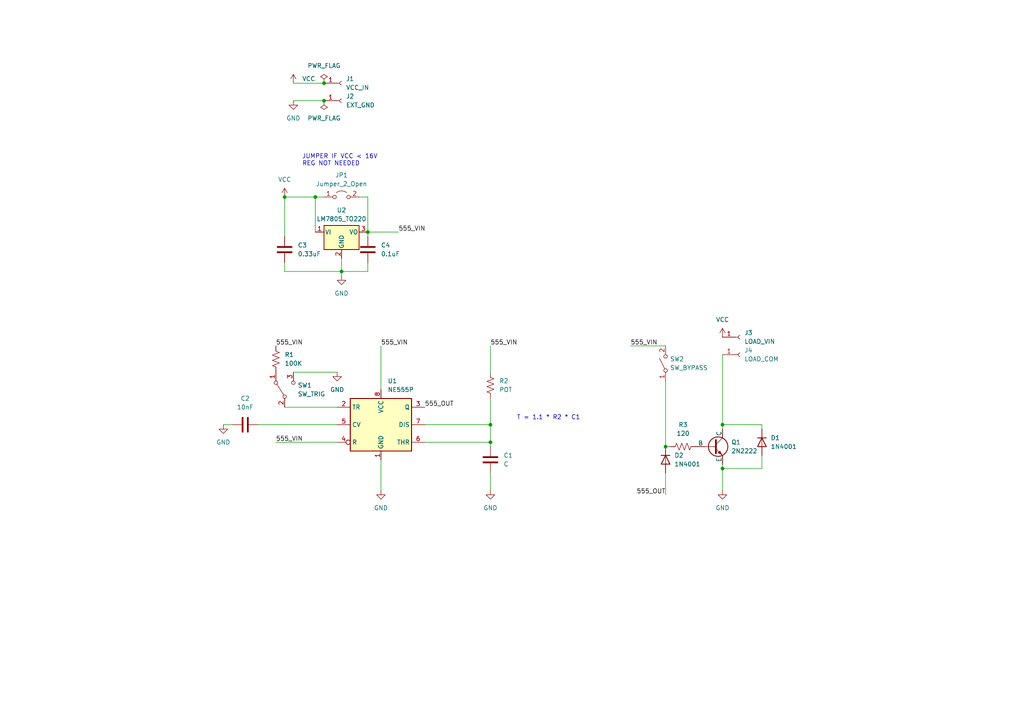
<source format=kicad_sch>
(kicad_sch (version 20230121) (generator eeschema)
  (paper "A4")
  (lib_symbols
    (symbol "Connector:Conn_01x01_Socket" (pin_names (offset 1.016) hide)
      (property "Reference" "J" (at 0 2.54 0))
      (property "Value" "Conn_01x01_Socket" (at 0 -2.54 0))
      (symbol "Conn_01x01_Socket_1_1"
        (polyline (pts (xy -1.27 0) (xy -0.508 0)) (stroke (width 0.1524)))
        (arc (start 0 0.508) (mid -0.5058 0) (end 0 -0.508) (stroke (width 0.1524)))
        (pin passive line (at -5.08 0 0) (length 3.81) (name "Pin_1") (number "1"))
      )
    )
    (symbol "Device:C" (pin_numbers hide) (pin_names (offset 0.254))
      (property "Reference" "C" (at 0.635 2.54 0))
      (property "Value" "C" (at 0.635 -2.54 0))
      (symbol "C_0_1"
        (polyline (pts (xy -2.032 -0.762) (xy 2.032 -0.762)) (stroke (width 0.508)))
        (polyline (pts (xy -2.032 0.762) (xy 2.032 0.762)) (stroke (width 0.508)))
      )
      (symbol "C_1_1"
        (pin passive line (at 0 3.81 270) (length 2.794) (name "~") (number "1"))
        (pin passive line (at 0 -3.81 90) (length 2.794) (name "~") (number "2"))
      )
    )
    (symbol "Device:R_US" (pin_numbers hide) (pin_names (offset 0))
      (property "Reference" "R" (at 2.54 0 90))
      (property "Value" "R_US" (at -2.54 0 90))
      (symbol "R_US_0_1"
        (polyline (pts (xy 0 -2.286) (xy 0 -2.54)))
        (polyline (pts (xy 0 2.286) (xy 0 2.54)))
        (polyline (pts (xy 0 -0.762) (xy 1.016 -1.143) (xy 0 -1.524) (xy -1.016 -1.905) (xy 0 -2.286)))
        (polyline (pts (xy 0 0.762) (xy 1.016 0.381) (xy 0 0) (xy -1.016 -0.381) (xy 0 -0.762)))
        (polyline (pts (xy 0 2.286) (xy 1.016 1.905) (xy 0 1.524) (xy -1.016 1.143) (xy 0 0.762)))
      )
      (symbol "R_US_1_1"
        (pin passive line (at 0 3.81 270) (length 1.27) (name "~") (number "1"))
        (pin passive line (at 0 -3.81 90) (length 1.27) (name "~") (number "2"))
      )
    )
    (symbol "Diode:1N4001" (pin_numbers hide) (pin_names hide)
      (property "Reference" "D" (at 0 2.54 0))
      (property "Value" "1N4001" (at 0 -2.54 0))
      (symbol "1N4001_0_1"
        (polyline (pts (xy -1.27 1.27) (xy -1.27 -1.27)) (stroke (width 0.254)))
        (polyline (pts (xy 1.27 0) (xy -1.27 0)))
        (polyline (pts (xy 1.27 1.27) (xy 1.27 -1.27) (xy -1.27 0) (xy 1.27 1.27)) (stroke (width 0.254)))
      )
      (symbol "1N4001_1_1"
        (pin passive line (at -3.81 0 0) (length 2.54) (name "K") (number "1"))
        (pin passive line (at 3.81 0 180) (length 2.54) (name "A") (number "2"))
      )
    )
    (symbol "Jumper:Jumper_2_Open" (pin_names (offset 0) hide)
      (property "Reference" "JP" (at 0 2.794 0))
      (property "Value" "Jumper_2_Open" (at 0 -2.286 0))
      (symbol "Jumper_2_Open_0_0"
        (circle (center -2.032 0) (radius 0.508))
        (circle (center 2.032 0) (radius 0.508))
      )
      (symbol "Jumper_2_Open_0_1"
        (arc (start 1.524 1.27) (mid 0 1.778) (end -1.524 1.27))
      )
      (symbol "Jumper_2_Open_1_1"
        (pin passive line (at -5.08 0 0) (length 2.54) (name "A") (number "1"))
        (pin passive line (at 5.08 0 180) (length 2.54) (name "B") (number "2"))
      )
    )
    (symbol "Regulator_Linear:LM7805_TO220" (pin_names (offset 0.254))
      (property "Reference" "U" (at -3.81 3.175 0))
      (property "Value" "LM7805_TO220" (at 0 3.175 0))
      (symbol "LM7805_TO220_0_1"
        (rectangle (start -5.08 1.905) (end 5.08 -5.08) (stroke (width 0.254)) (fill (type background)))
      )
      (symbol "LM7805_TO220_1_1"
        (pin power_in line (at -7.62 0 0) (length 2.54) (name "VI") (number "1"))
        (pin power_in line (at 0 -7.62 90) (length 2.54) (name "GND") (number "2"))
        (pin power_out line (at 7.62 0 180) (length 2.54) (name "VO") (number "3"))
      )
    )
    (symbol "Simulation_SPICE:NPN" (pin_numbers hide) (pin_names (offset 0))
      (property "Reference" "Q" (at -2.54 7.62 0))
      (property "Value" "NPN" (at -2.54 5.08 0))
      (symbol "NPN_0_1"
        (polyline (pts (xy -2.54 0) (xy 0.635 0)) (stroke (width 0.1524)))
        (polyline (pts (xy 0.635 0.635) (xy 2.54 2.54)))
        (polyline (pts (xy 2.794 -1.27) (xy 2.794 -1.27)) (stroke (width 0.1524)))
        (polyline (pts (xy 2.794 -1.27) (xy 2.794 -1.27)) (stroke (width 0.1524)))
        (polyline (pts (xy 0.635 -0.635) (xy 2.54 -2.54) (xy 2.54 -2.54)))
        (polyline (pts (xy 0.635 1.905) (xy 0.635 -1.905) (xy 0.635 -1.905)) (stroke (width 0.508)))
        (polyline (pts (xy 1.27 -1.778) (xy 1.778 -1.27) (xy 2.286 -2.286) (xy 1.27 -1.778) (xy 1.27 -1.778)) (fill (type outline)))
        (circle (center 1.27 0) (radius 2.8194) (stroke (width 0.254)))
      )
      (symbol "NPN_1_1"
        (pin open_collector line (at 2.54 5.08 270) (length 2.54) (name "C") (number "1"))
        (pin input line (at -5.08 0 0) (length 2.54) (name "B") (number "2"))
        (pin open_emitter line (at 2.54 -5.08 90) (length 2.54) (name "E") (number "3"))
      )
    )
    (symbol "Switch:SW_SPDT" (pin_names (offset 0) hide)
      (property "Reference" "SW" (at 0 4.318 0))
      (property "Value" "SW_SPDT" (at 0 -5.08 0))
      (symbol "SW_SPDT_0_0"
        (circle (center -2.032 0) (radius 0.508))
        (circle (center 2.032 -2.54) (radius 0.508))
      )
      (symbol "SW_SPDT_0_1"
        (polyline (pts (xy -1.524 0.254) (xy 1.651 2.286)))
        (circle (center 2.032 2.54) (radius 0.508))
      )
      (symbol "SW_SPDT_1_1"
        (pin passive line (at 5.08 2.54 180) (length 2.54) (name "A") (number "1"))
        (pin passive line (at -5.08 0 0) (length 2.54) (name "B") (number "2"))
        (pin passive line (at 5.08 -2.54 180) (length 2.54) (name "C") (number "3"))
      )
    )
    (symbol "Switch:SW_SPST" (pin_names (offset 0) hide)
      (property "Reference" "SW" (at 0 3.175 0))
      (property "Value" "SW_SPST" (at 0 -2.54 0))
      (symbol "SW_SPST_0_0"
        (circle (center -2.032 0) (radius 0.508))
        (polyline (pts (xy -1.524 0.254) (xy 1.524 1.778)))
        (circle (center 2.032 0) (radius 0.508))
      )
      (symbol "SW_SPST_1_1"
        (pin passive line (at -5.08 0 0) (length 2.54) (name "A") (number "1"))
        (pin passive line (at 5.08 0 180) (length 2.54) (name "B") (number "2"))
      )
    )
    (symbol "Timer:NE555P"
      (property "Reference" "U" (at -10.16 8.89 0))
      (property "Value" "NE555P" (at 2.54 8.89 0))
      (symbol "NE555P_0_0"
        (pin power_in line (at 0 -10.16 90) (length 2.54) (name "GND") (number "1"))
        (pin power_in line (at 0 10.16 270) (length 2.54) (name "VCC") (number "8"))
      )
      (symbol "NE555P_0_1"
        (rectangle (start -8.89 -7.62) (end 8.89 7.62) (stroke (width 0.254)) (fill (type background)))
        (rectangle (start -8.89 -7.62) (end 8.89 7.62) (stroke (width 0.254)) (fill (type background)))
      )
      (symbol "NE555P_1_1"
        (pin input line (at -12.7 5.08 0) (length 3.81) (name "TR") (number "2"))
        (pin output line (at 12.7 5.08 180) (length 3.81) (name "Q") (number "3"))
        (pin input inverted (at -12.7 -5.08 0) (length 3.81) (name "R") (number "4"))
        (pin input line (at -12.7 0 0) (length 3.81) (name "CV") (number "5"))
        (pin input line (at 12.7 -5.08 180) (length 3.81) (name "THR") (number "6"))
        (pin input line (at 12.7 0 180) (length 3.81) (name "DIS") (number "7"))
      )
    )
    (symbol "power:GND" (power) (pin_names (offset 0))
      (property "Value" "GND" (at 0 -3.81 0))
      (symbol "GND_0_1"
        (polyline (pts (xy 0 0) (xy 0 -1.27) (xy 1.27 -1.27) (xy 0 -2.54) (xy -1.27 -1.27) (xy 0 -1.27)))
      )
      (symbol "GND_1_1"
        (pin power_in line (at 0 0 270) (length 0) hide (name "GND") (number "1"))
      )
    )
    (symbol "power:PWR_FLAG" (power) (pin_numbers hide) (pin_names (offset 0) hide)
      (property "Value" "PWR_FLAG" (at 0 3.81 0))
      (symbol "PWR_FLAG_0_0"
        (pin power_out line (at 0 0 90) (length 0) (name "pwr") (number "1"))
      )
      (symbol "PWR_FLAG_0_1"
        (polyline (pts (xy 0 0) (xy 0 1.27) (xy -1.016 1.905) (xy 0 2.54) (xy 1.016 1.905) (xy 0 1.27)))
      )
    )
    (symbol "power:VCC" (power) (pin_names (offset 0))
      (property "Value" "VCC" (at 0 3.81 0))
      (symbol "VCC_0_1"
        (polyline (pts (xy -0.762 1.27) (xy 0 2.54)))
        (polyline (pts (xy 0 0) (xy 0 2.54)))
        (polyline (pts (xy 0 2.54) (xy 0.762 1.27)))
      )
      (symbol "VCC_1_1"
        (pin power_in line (at 0 0 90) (length 0) hide (name "VCC") (number "1"))
      )
    )
  )
  (junction (at 142.24 123.19))
  (junction (at 209.55 135.89))
  (junction (at 193.04 129.54))
  (junction (at 82.55 57.15))
  (junction (at 91.44 57.15))
  (junction (at 93.98 24.13))
  (junction (at 93.98 29.21))
  (junction (at 209.55 123.19))
  (junction (at 142.24 128.27))
  (junction (at 99.06 78.74))
  (junction (at 106.68 67.31))
  (wire (pts (xy 193.04 100.33) (xy 182.88 100.33)))
  (wire (pts (xy 99.06 74.93) (xy 99.06 78.74)))
  (wire (pts (xy 106.68 78.74) (xy 106.68 76.2)))
  (wire (pts (xy 209.55 135.89) (xy 220.98 135.89)))
  (wire (pts (xy 209.55 134.62) (xy 209.55 135.89)))
  (wire (pts (xy 209.55 102.87) (xy 209.55 123.19)))
  (wire (pts (xy 110.49 100.33) (xy 110.49 113.03)))
  (wire (pts (xy 82.55 78.74) (xy 99.06 78.74)))
  (wire (pts (xy 85.09 107.95) (xy 97.79 107.95)))
  (wire (pts (xy 209.55 123.19) (xy 209.55 124.46)))
  (wire (pts (xy 193.04 143.51) (xy 193.04 137.16)))
  (wire (pts (xy 85.09 29.21) (xy 93.98 29.21)))
  (wire (pts (xy 104.14 57.15) (xy 106.68 57.15)))
  (wire (pts (xy 220.98 132.08) (xy 220.98 135.89)))
  (wire (pts (xy 106.68 57.15) (xy 106.68 67.31)))
  (wire (pts (xy 82.55 118.11) (xy 97.79 118.11)))
  (wire (pts (xy 220.98 124.46) (xy 220.98 123.19)))
  (wire (pts (xy 82.55 78.74) (xy 82.55 76.2)))
  (wire (pts (xy 82.55 57.15) (xy 91.44 57.15)))
  (wire (pts (xy 93.98 57.15) (xy 91.44 57.15)))
  (wire (pts (xy 97.79 128.27) (xy 80.01 128.27)))
  (wire (pts (xy 123.19 123.19) (xy 142.24 123.19)))
  (wire (pts (xy 91.44 57.15) (xy 91.44 67.31)))
  (wire (pts (xy 110.49 133.35) (xy 110.49 142.24)))
  (wire (pts (xy 99.06 78.74) (xy 106.68 78.74)))
  (wire (pts (xy 193.04 129.54) (xy 194.31 129.54)))
  (wire (pts (xy 142.24 137.16) (xy 142.24 142.24)))
  (wire (pts (xy 106.68 67.31) (xy 106.68 68.58)))
  (wire (pts (xy 97.79 123.19) (xy 74.93 123.19)))
  (wire (pts (xy 142.24 100.33) (xy 142.24 107.95)))
  (wire (pts (xy 193.04 110.49) (xy 193.04 129.54)))
  (wire (pts (xy 209.55 135.89) (xy 209.55 142.24)))
  (wire (pts (xy 220.98 123.19) (xy 209.55 123.19)))
  (wire (pts (xy 106.68 67.31) (xy 115.57 67.31)))
  (wire (pts (xy 99.06 80.01) (xy 99.06 78.74)))
  (wire (pts (xy 64.77 123.19) (xy 67.31 123.19)))
  (wire (pts (xy 85.09 24.13) (xy 93.98 24.13)))
  (wire (pts (xy 142.24 129.54) (xy 142.24 128.27)))
  (wire (pts (xy 82.55 57.15) (xy 82.55 68.58)))
  (wire (pts (xy 142.24 123.19) (xy 142.24 128.27)))
  (wire (pts (xy 123.19 128.27) (xy 142.24 128.27)))
  (wire (pts (xy 142.24 115.57) (xy 142.24 123.19)))
  (text "JUMPER IF VCC < 16V\nREG NOT NEEDED" (at 87.63 48.26 0) (effects (font (size 1.27 1.27)) (justify left bottom)))
  (text "T = 1.1 * R2 * C1" (at 149.86 121.92 0) (effects (font (size 1.27 1.27)) (justify left bottom)))
  (label "555_VIN" (at 80.01 128.27 0))
  (label "555_VIN" (at 182.88 100.33 0))
  (label "555_VIN" (at 110.49 100.33 0))
  (label "555_VIN" (at 142.24 100.33 0))
  (label "555_OUT" (at 193.04 143.51 180))
  (label "555_VIN" (at 115.57 67.31 0))
  (label "555_VIN" (at 80.01 100.33 0))
  (label "555_OUT" (at 123.19 118.11 0))
  (symbol (lib_id "Diode:1N4001") (at 220.98 128.27 270) (unit 1)
    (property "Reference" "D1" (at 223.52 127 90) (effects (justify left)))
    (property "Value" "1N4001" (at 223.52 129.54 90) (effects (justify left)))
    (property "Footprint" "Diode_THT:D_DO-41_SOD81_P10.16mm_Horizontal" (effects hide))
    (property "Datasheet" "http://www.vishay.com/docs/88503/1n4001.pdf" (effects hide))
    (property "Sim.Device" "D" (effects hide))
    (property "Sim.Pins" "1=K 2=A" (effects hide))
  )
  (symbol (lib_id "Device:R_US") (at 198.12 129.54 90) (unit 1)
    (property "Reference" "R3" (at 198.12 123.19 90))
    (property "Value" "120" (at 198.12 125.73 90))
  )
  (symbol (lib_id "power:PWR_FLAG") (at 93.98 24.13 0) (unit 1)
    (property "Reference" "#FLG01" (effects hide))
    (property "Value" "PWR_FLAG" (at 93.98 19.05 0))
  )
  (symbol (lib_id "Simulation_SPICE:NPN") (at 207.01 129.54 0) (unit 1)
    (property "Reference" "Q1" (at 212.09 128.27 0) (effects (justify left)))
    (property "Value" "2N2222" (at 212.09 130.81 0) (effects (justify left)))
    (property "Sim.Device" "NPN" (effects hide))
    (property "Sim.Type" "GUMMELPOON" (effects hide))
    (property "Sim.Pins" "1=C 2=B 3=E" (effects hide))
  )
  (symbol (lib_id "Device:C") (at 71.12 123.19 90) (unit 1)
    (property "Reference" "C2" (at 71.12 115.57 90))
    (property "Value" "10nF" (at 71.12 118.11 90))
  )
  (symbol (lib_id "Connector:Conn_01x01_Socket") (at 214.63 97.79 0) (unit 1)
    (property "Reference" "J3" (at 215.9 96.52 0) (effects (justify left)))
    (property "Value" "LOAD_VIN" (at 215.9 99.06 0) (effects (justify left)))
  )
  (symbol (lib_id "Diode:1N4001") (at 193.04 133.35 270) (unit 1)
    (property "Reference" "D2" (at 195.58 132.08 90) (effects (justify left)))
    (property "Value" "1N4001" (at 195.58 134.62 90) (effects (justify left)))
    (property "Footprint" "Diode_THT:D_DO-41_SOD81_P10.16mm_Horizontal" (effects hide))
    (property "Datasheet" "http://www.vishay.com/docs/88503/1n4001.pdf" (effects hide))
    (property "Sim.Device" "D" (effects hide))
    (property "Sim.Pins" "1=K 2=A" (effects hide))
  )
  (symbol (lib_id "Switch:SW_SPST") (at 193.04 105.41 90) (unit 1)
    (property "Reference" "SW2" (at 194.31 104.14 90) (effects (justify right)))
    (property "Value" "SW_BYPASS" (at 194.31 106.68 90) (effects (justify right)))
  )
  (symbol (lib_id "Connector:Conn_01x01_Socket") (at 214.63 102.87 0) (unit 1)
    (property "Reference" "J4" (at 215.9 101.6 0) (effects (justify left)))
    (property "Value" "LOAD_COM" (at 215.9 104.14 0) (effects (justify left)))
  )
  (symbol (lib_id "Jumper:Jumper_2_Open") (at 99.06 57.15 0) (unit 1)
    (property "Reference" "JP1" (at 99.06 50.8 0))
    (property "Value" "Jumper_2_Open" (at 99.06 53.34 0))
  )
  (symbol (lib_id "power:GND") (at 209.55 142.24 0) (unit 1)
    (property "Reference" "#PWR08" (effects hide))
    (property "Value" "GND" (at 209.55 147.32 0))
  )
  (symbol (lib_id "power:VCC") (at 209.55 97.79 0) (unit 1)
    (property "Reference" "#PWR04" (effects hide))
    (property "Value" "VCC" (at 209.55 92.71 0))
  )
  (symbol (lib_id "Device:R_US") (at 142.24 111.76 0) (unit 1)
    (property "Reference" "R2" (at 144.78 110.49 0) (effects (justify left)))
    (property "Value" "POT" (at 144.78 113.03 0) (effects (justify left)))
  )
  (symbol (lib_id "Timer:NE555P") (at 110.49 123.19 0) (unit 1)
    (property "Reference" "U1" (at 112.4459 110.49 0) (effects (justify left)))
    (property "Value" "NE555P" (at 112.4459 113.03 0) (effects (justify left)))
    (property "Footprint" "Package_DIP:DIP-8_W7.62mm" (effects hide))
    (property "Datasheet" "http://www.ti.com/lit/ds/symlink/ne555.pdf" (effects hide))
  )
  (symbol (lib_id "Device:R_US") (at 80.01 104.14 0) (unit 1)
    (property "Reference" "R1" (at 82.55 102.87 0) (effects (justify left)))
    (property "Value" "100K" (at 82.55 105.41 0) (effects (justify left)))
  )
  (symbol (lib_id "power:GND") (at 99.06 80.01 0) (unit 1)
    (property "Reference" "#PWR03" (effects hide))
    (property "Value" "GND" (at 99.06 85.09 0))
  )
  (symbol (lib_id "power:VCC") (at 82.55 57.15 0) (unit 1)
    (property "Reference" "#PWR05" (effects hide))
    (property "Value" "VCC" (at 82.55 52.07 0))
  )
  (symbol (lib_id "Device:C") (at 106.68 72.39 0) (unit 1)
    (property "Reference" "C4" (at 110.49 71.12 0) (effects (justify left)))
    (property "Value" "0.1uF" (at 110.49 73.66 0) (effects (justify left)))
  )
  (symbol (lib_id "power:GND") (at 64.77 123.19 0) (unit 1)
    (property "Reference" "#PWR010" (effects hide))
    (property "Value" "GND" (at 64.77 128.27 0))
  )
  (symbol (lib_id "power:GND") (at 110.49 142.24 0) (unit 1)
    (property "Reference" "#PWR01" (effects hide))
    (property "Value" "GND" (at 110.49 147.32 0))
  )
  (symbol (lib_id "power:GND") (at 142.24 142.24 0) (unit 1)
    (property "Reference" "#PWR09" (effects hide))
    (property "Value" "GND" (at 142.24 147.32 0))
  )
  (symbol (lib_id "power:VCC") (at 85.09 24.13 0) (unit 1)
    (property "Reference" "#PWR02" (effects hide))
    (property "Value" "VCC" (at 87.63 22.86 0) (effects (justify left)))
  )
  (symbol (lib_id "Device:C") (at 142.24 133.35 0) (unit 1)
    (property "Reference" "C1" (at 146.05 132.08 0) (effects (justify left)))
    (property "Value" "C" (at 146.05 134.62 0) (effects (justify left)))
  )
  (symbol (lib_id "Connector:Conn_01x01_Socket") (at 99.06 24.13 0) (unit 1)
    (property "Reference" "J1" (at 100.33 22.86 0) (effects (justify left)))
    (property "Value" "VCC_IN" (at 100.33 25.4 0) (effects (justify left)))
  )
  (symbol (lib_id "Regulator_Linear:LM7805_TO220") (at 99.06 67.31 0) (unit 1)
    (property "Reference" "U2" (at 99.06 60.96 0))
    (property "Value" "LM7805_TO220" (at 99.06 63.5 0))
    (property "Footprint" "Package_TO_SOT_THT:TO-220-3_Vertical" (effects hide))
    (property "Datasheet" "https://www.onsemi.cn/PowerSolutions/document/MC7800-D.PDF" (effects hide))
  )
  (symbol (lib_id "power:PWR_FLAG") (at 93.98 29.21 180) (unit 1)
    (property "Reference" "#FLG02" (effects hide))
    (property "Value" "PWR_FLAG" (at 93.98 34.29 0))
  )
  (symbol (lib_id "Switch:SW_SPDT") (at 82.55 113.03 90) (unit 1)
    (property "Reference" "SW1" (at 86.36 111.76 90) (effects (justify right)))
    (property "Value" "SW_TRIG" (at 86.36 114.3 90) (effects (justify right)))
  )
  (symbol (lib_id "power:GND") (at 85.09 29.21 0) (unit 1)
    (property "Reference" "#PWR06" (effects hide))
    (property "Value" "GND" (at 85.09 34.29 0))
  )
  (symbol (lib_id "Device:C") (at 82.55 72.39 0) (unit 1)
    (property "Reference" "C3" (at 86.36 71.12 0) (effects (justify left)))
    (property "Value" "0.33uF" (at 86.36 73.66 0) (effects (justify left)))
  )
  (symbol (lib_id "Connector:Conn_01x01_Socket") (at 99.06 29.21 0) (unit 1)
    (property "Reference" "J2" (at 100.33 27.94 0) (effects (justify left)))
    (property "Value" "EXT_GND" (at 100.33 30.48 0) (effects (justify left)))
  )
  (symbol (lib_id "power:GND") (at 97.79 107.95 0) (unit 1)
    (property "Reference" "#PWR07" (effects hide))
    (property "Value" "GND" (at 97.79 113.03 0))
  )
)
</source>
